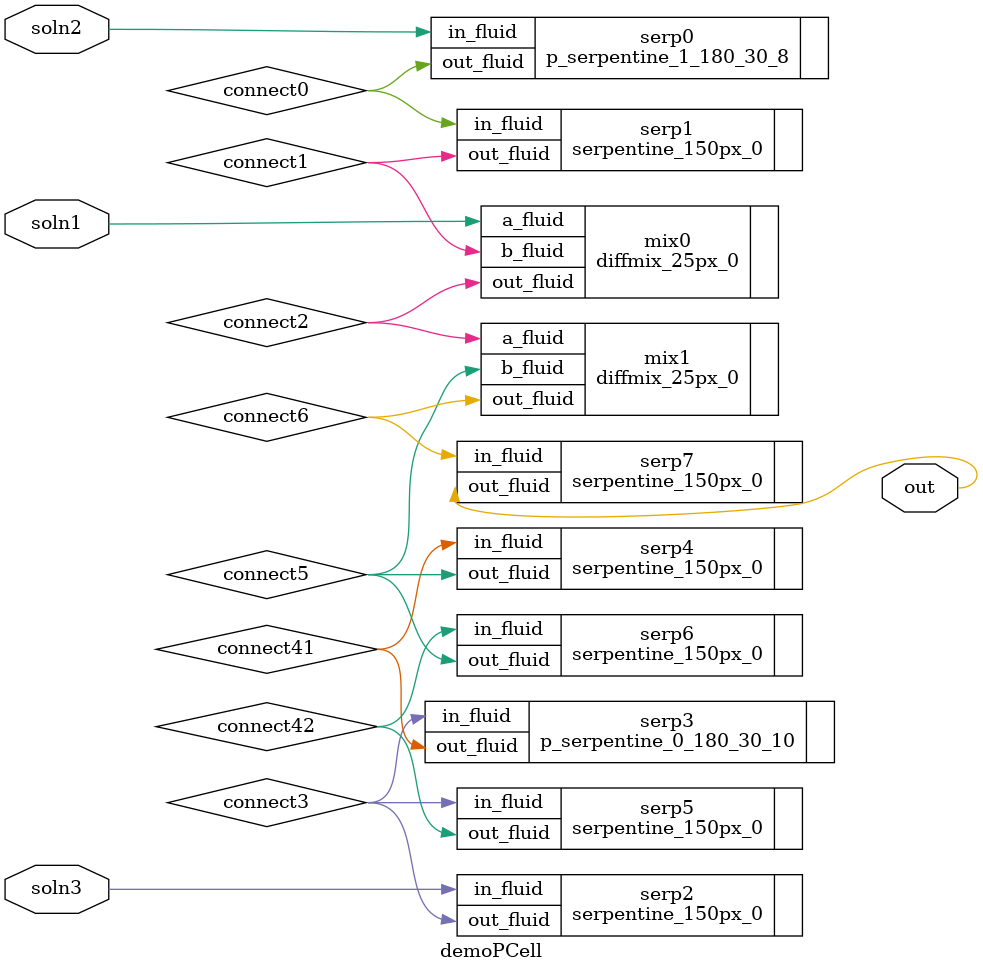
<source format=v>
module demoPCell (
    soln1,
    soln2,
    soln3,
    out
);

input   soln1, soln2, soln3;
output  out;


wire    connect0,  connect1,  connect2,  connect3, connect41, connect42, connect5,  connect6; 


// Specification
p_serpentine_1_180_30_8   serp0   (.in_fluid(soln2), .out_fluid(connect0));
serpentine_150px_0  serp1   (.in_fluid(connect0), .out_fluid(connect1));

diffmix_25px_0      mix0    (.a_fluid(soln1), .b_fluid(connect1), .out_fluid(connect2));

serpentine_150px_0       serp2   (.in_fluid(soln3), .out_fluid(connect3));
// parameteric serpentine
p_serpentine_0_180_30_10  serp3  (.in_fluid(connect3), .out_fluid(connect41));
serpentine_150px_0       serp4   (.in_fluid(connect41), .out_fluid(connect5));

serpentine_150px_0  serp5   (.in_fluid(connect3), .out_fluid(connect42));
serpentine_150px_0  serp6   (.in_fluid(connect42), .out_fluid(connect5));

diffmix_25px_0      mix1    (.a_fluid(connect2), .b_fluid(connect5), .out_fluid(connect6));

serpentine_150px_0  serp7  (.in_fluid(connect6), .out_fluid(out));


endmodule

</source>
